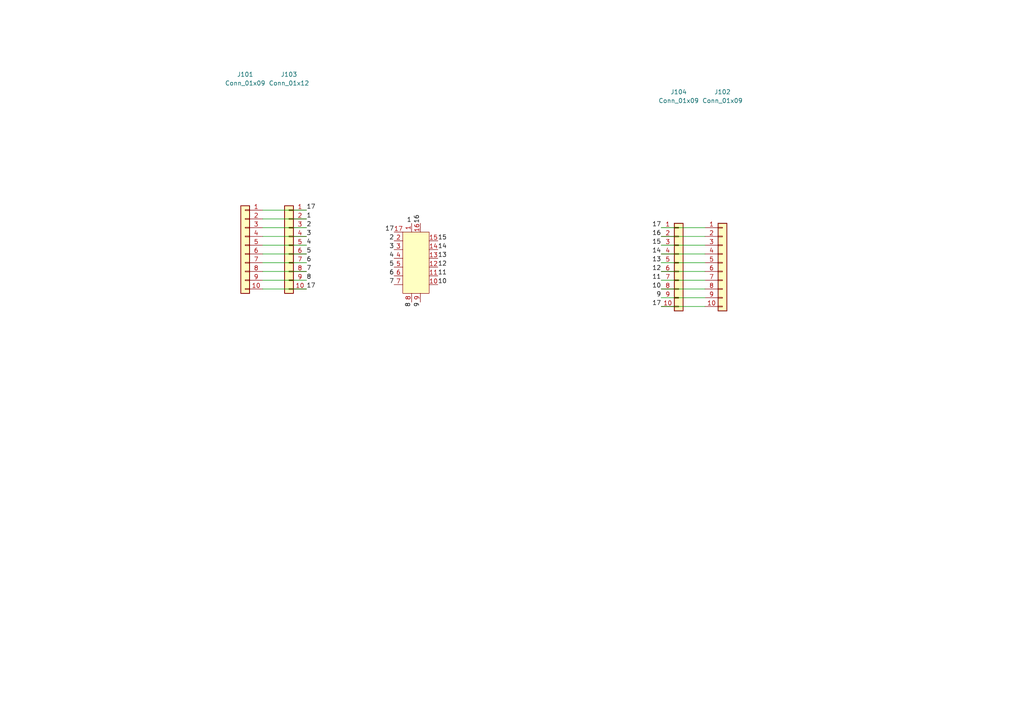
<source format=kicad_sch>
(kicad_sch (version 20250114) (generator "eeschema") (generator_version "9.0")
  (paper "A4")
  (lib_symbols
    (symbol "Connector_Generic:Conn_01x10" (pin_names (offset 1.016) (hide yes))
      (property "Reference" "J" (at 0 12.7 0))
      (property "Value" "Conn_01x10" (at 0 -15.24 0))
      (symbol "Conn_01x10_1_1"
        (rectangle (start -1.27 11.43) (end 1.27 -13.97) (stroke (width 0.254)) (fill (type background)))
        (rectangle (start -1.27 10.287) (end 0 10.033) (stroke (width 0.1524)))
        (rectangle (start -1.27 7.747) (end 0 7.493) (stroke (width 0.1524)))
        (rectangle (start -1.27 5.207) (end 0 4.953) (stroke (width 0.1524)))
        (rectangle (start -1.27 2.667) (end 0 2.413) (stroke (width 0.1524)))
        (rectangle (start -1.27 0.127) (end 0 -0.127) (stroke (width 0.1524)))
        (rectangle (start -1.27 -2.413) (end 0 -2.667) (stroke (width 0.1524)))
        (rectangle (start -1.27 -4.953) (end 0 -5.207) (stroke (width 0.1524)))
        (rectangle (start -1.27 -7.493) (end 0 -7.747) (stroke (width 0.1524)))
        (rectangle (start -1.27 -10.033) (end 0 -10.287) (stroke (width 0.1524)))
        (rectangle (start -1.27 -12.573) (end 0 -12.827) (stroke (width 0.1524)))
        (pin passive line (at -5.08 10.16 0) (length 3.81) (name "Pin_1") (number "1"))
        (pin passive line (at -5.08 7.62 0) (length 3.81) (name "Pin_2") (number "2"))
        (pin passive line (at -5.08 5.08 0) (length 3.81) (name "Pin_3") (number "3"))
        (pin passive line (at -5.08 2.54 0) (length 3.81) (name "Pin_4") (number "4"))
        (pin passive line (at -5.08 0 0) (length 3.81) (name "Pin_5") (number "5"))
        (pin passive line (at -5.08 -2.54 0) (length 3.81) (name "Pin_6") (number "6"))
        (pin passive line (at -5.08 -5.08 0) (length 3.81) (name "Pin_7") (number "7"))
        (pin passive line (at -5.08 -7.62 0) (length 3.81) (name "Pin_8") (number "8"))
        (pin passive line (at -5.08 -10.16 0) (length 3.81) (name "Pin_9") (number "9"))
        (pin passive line (at -5.08 -12.7 0) (length 3.81) (name "Pin_10") (number "10"))
      )
    )
    (symbol "Interface_Ethernet:VSC8541XMV-0x"
      (symbol "VSC8541XMV-0x_0_0"
        (pin unspecified line (at -24.13 17.78 0) (length 2.54) (name "") (number "2"))
        (pin unspecified line (at -24.13 15.24 0) (length 2.54) (name "") (number "3"))
        (pin unspecified line (at -24.13 12.7 0) (length 2.54) (name "") (number "4"))
        (pin unspecified line (at -24.13 10.16 0) (length 2.54) (name "") (number "5"))
        (pin unspecified line (at -24.13 7.62 0) (length 2.54) (name "") (number "6"))
        (pin unspecified line (at -24.13 5.08 0) (length 2.54) (name "") (number "7"))
        (pin unspecified line (at -19.05 22.86 270) (length 2.54) (name "") (number "1"))
        (pin unspecified line (at -19.05 0 90) (length 2.54) (name "") (number "8"))
        (pin unspecified line (at -16.51 0 90) (length 2.54) (name "") (number "9"))
        (pin unspecified line (at -11.43 17.78 180) (length 2.54) (name "") (number "15"))
        (pin unspecified line (at -11.43 15.24 180) (length 2.54) (name "") (number "14"))
        (pin unspecified line (at -11.43 12.7 180) (length 2.54) (name "") (number "13"))
        (pin unspecified line (at -11.43 10.16 180) (length 2.54) (name "") (number "12"))
        (pin unspecified line (at -11.43 7.62 180) (length 2.54) (name "") (number "11"))
        (pin unspecified line (at -11.43 5.08 180) (length 2.54) (name "") (number "10"))
      )
      (symbol "VSC8541XMV-0x_1_0"
        (pin unspecified line (at -24.13 20.32 0) (length 2.54) (name "") (number "17"))
        (pin unspecified line (at -16.51 22.86 270) (length 2.54) (name "") (number "16"))
      )
      (symbol "VSC8541XMV-0x_1_1"
        (rectangle (start -21.59 20.32) (end -13.97 2.54) (fill (type background)))
      )
    )
  )
  (wire (pts (xy 204.47 66.04) (xy 191.77 66.04)))
  (wire (pts (xy 76.2 60.96) (xy 88.9 60.96)))
  (wire (pts (xy 76.2 71.12) (xy 88.9 71.12)))
  (wire (pts (xy 204.47 81.28) (xy 191.77 81.28)))
  (wire (pts (xy 76.2 63.5) (xy 88.9 63.5)))
  (wire (pts (xy 76.2 66.04) (xy 88.9 66.04)))
  (wire (pts (xy 204.47 78.74) (xy 191.77 78.74)))
  (wire (pts (xy 204.47 76.2) (xy 191.77 76.2)))
  (wire (pts (xy 76.2 83.82) (xy 88.9 83.82)))
  (wire (pts (xy 204.47 73.66) (xy 191.77 73.66)))
  (wire (pts (xy 76.2 81.28) (xy 88.9 81.28)))
  (wire (pts (xy 76.2 68.58) (xy 88.9 68.58)))
  (wire (pts (xy 204.47 71.12) (xy 191.77 71.12)))
  (wire (pts (xy 76.2 78.74) (xy 88.9 78.74)))
  (wire (pts (xy 191.77 88.9) (xy 204.47 88.9)))
  (wire (pts (xy 204.47 83.82) (xy 191.77 83.82)))
  (wire (pts (xy 204.47 86.36) (xy 191.77 86.36)))
  (wire (pts (xy 76.2 76.2) (xy 88.9 76.2)))
  (wire (pts (xy 204.47 68.58) (xy 191.77 68.58)))
  (wire (pts (xy 76.2 73.66) (xy 88.9 73.66)))
  (label "17" (at 114.3 67.31 180))
  (label "17" (at 88.9 60.96 0))
  (label "12" (at 191.77 78.74 180))
  (label "17" (at 191.77 66.04 180))
  (label "17" (at 191.77 88.9 180))
  (label "10" (at 191.77 83.82 180))
  (label "14" (at 191.77 73.66 180))
  (label "3" (at 88.9 68.58 0))
  (label "8" (at 88.9 81.28 0))
  (label "4" (at 88.9 71.12 0))
  (label "17" (at 88.9 83.82 0))
  (label "16" (at 121.92 64.77 90))
  (label "7" (at 88.9 78.74 0))
  (label "15" (at 191.77 71.12 180))
  (label "2" (at 88.9 66.04 0))
  (label "1" (at 88.9 63.5 0))
  (label "3" (at 114.3 72.39 180))
  (label "1" (at 119.38 64.77 180))
  (label "2" (at 114.3 69.85 180))
  (label "4" (at 114.3 74.93 180))
  (label "5" (at 114.3 77.47 180))
  (label "6" (at 114.3 80.01 180))
  (label "7" (at 114.3 82.55 180))
  (label "8" (at 119.38 87.63 270))
  (label "10" (at 127 82.55 0))
  (label "11" (at 127 80.01 0))
  (label "12" (at 127 77.47 0))
  (label "9" (at 121.92 87.63 270))
  (label "13" (at 127 74.93 0))
  (label "14" (at 127 72.39 0))
  (label "15" (at 127 69.85 0))
  (label "11" (at 191.77 81.28 180))
  (label "5" (at 88.9 73.66 0))
  (label "9" (at 191.77 86.36 180))
  (label "6" (at 88.9 76.2 0))
  (label "16" (at 191.77 68.58 180))
  (label "13" (at 191.77 76.2 180))
  (symbol (lib_id "Interface_Ethernet:VSC8541XMV-0x") (at 138.43 87.63 0) (unit 1)
    (property "Reference" "U101" (effects (hide yes)))
    (property "Value" "VQFN-16" (effects (hide yes)))
    (property "Footprint" "libraries:RGY16_2P55X2P05" (effects (hide yes)))
  )
  (symbol (lib_id "Connector_Generic:Conn_01x10") (at 71.12 71.12 0) (mirror y) (unit 1)
    (property "Reference" "J101" (at 71.12 21.59 0))
    (property "Value" "Conn_01x09" (at 71.12 24.13 0))
    (property "Footprint" "Connector_PinHeader_2.54mm:PinHeader_1x10_P2.54mm_Vertical_SMD_Pin1Left" (effects (hide yes)))
    (property "Description" "Generic connector, single row, 01x10, script generated (kicad-library-utils/schlib/autogen/connector/)" (effects (hide yes)))
  )
  (symbol (lib_id "Connector_Generic:Conn_01x10") (at 83.82 71.12 0) (mirror y) (unit 1)
    (property "Reference" "J103" (at 83.82 21.59 0))
    (property "Value" "Conn_01x12" (at 83.82 24.13 0))
    (property "Footprint" "Connector_PinHeader_2.54mm:PinHeader_1x10_P2.54mm_Vertical" (effects (hide yes)))
    (property "Description" "Generic connector, single row, 01x10, script generated (kicad-library-utils/schlib/autogen/connector/)" (effects (hide yes)))
  )
  (symbol (lib_id "Connector_Generic:Conn_01x10") (at 209.55 76.2 0) (unit 1)
    (property "Reference" "J102" (at 209.55 26.67 0))
    (property "Value" "Conn_01x09" (at 209.55 29.21 0))
    (property "Footprint" "Connector_PinHeader_2.54mm:PinHeader_1x10_P2.54mm_Vertical" (effects (hide yes)))
    (property "Description" "Generic connector, single row, 01x10, script generated (kicad-library-utils/schlib/autogen/connector/)" (effects (hide yes)))
  )
  (symbol (lib_id "Connector_Generic:Conn_01x10") (at 196.85 76.2 0) (unit 1)
    (property "Reference" "J104" (at 196.85 26.67 0))
    (property "Value" "Conn_01x09" (at 196.85 29.21 0))
    (property "Footprint" "Connector_PinHeader_2.54mm:PinHeader_1x10_P2.54mm_Vertical_SMD_Pin1Right" (effects (hide yes)))
    (property "Description" "Generic connector, single row, 01x10, script generated (kicad-library-utils/schlib/autogen/connector/)" (effects (hide yes)))
  )
)
</source>
